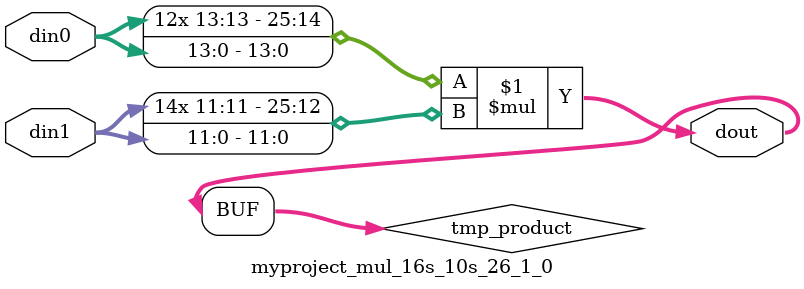
<source format=v>

`timescale 1 ns / 1 ps

  module myproject_mul_16s_10s_26_1_0(din0, din1, dout);
parameter ID = 1;
parameter NUM_STAGE = 0;
parameter din0_WIDTH = 14;
parameter din1_WIDTH = 12;
parameter dout_WIDTH = 26;

input [din0_WIDTH - 1 : 0] din0; 
input [din1_WIDTH - 1 : 0] din1; 
output [dout_WIDTH - 1 : 0] dout;

wire signed [dout_WIDTH - 1 : 0] tmp_product;













assign tmp_product = $signed(din0) * $signed(din1);








assign dout = tmp_product;







endmodule

</source>
